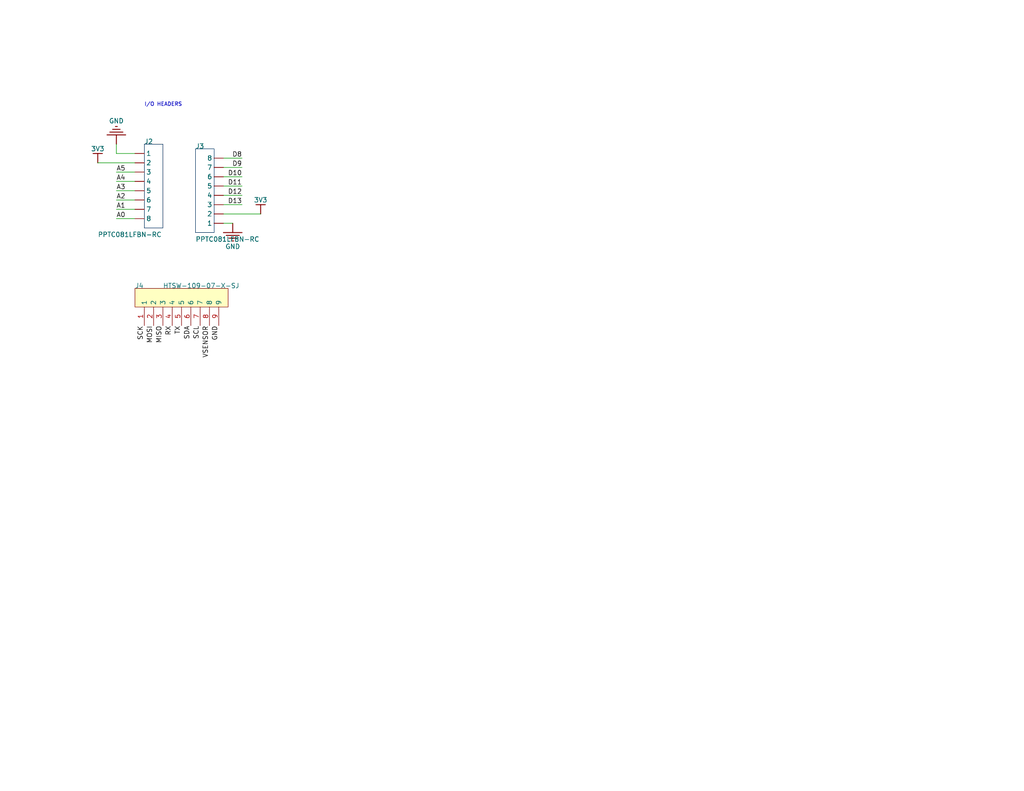
<source format=kicad_sch>
(kicad_sch (version 20250114) (generator "eeschema") (generator_version "9.0")
  (paper "A")
  (title_block (title "tinyCore HAT by CopperPilot.ai") (date "2025-11-14") (company "CopperPilot.ai & tinyCore") (comment 1 "tinyCore is an ESP32 based dev board") (comment 2 "Datasheet: https://raw.githubusercontent.com/Mister-Industries/tinyCore/main/Datasheets/tinyCore%20Datasheet%20(V2)%20DRAFT.pdf"))
  (lib_symbols
    (symbol "ECEN5730Lib_2023_05_DS (2):root_0_JF_8_PIN_FEMALE_ECEN5730Lib_2023_05_DS (2).IntLib" (pin_numbers (hide yes))
      (symbol "root_0_JF_8_PIN_FEMALE_ECEN5730Lib_2023_05_DS (2).IntLib_1_0"
        (rectangle (start 7.62 2.54) (end 2.54 -20.32) (stroke (width 0) (color 7 55 99 1)) (fill (type color) (color 255 255 255 1)))
        (pin passive line (at 0 0 0) (length 2.54) (name "1") (number "1"))
        (pin passive line (at 0 -2.54 0) (length 2.54) (name "2") (number "2"))
        (pin passive line (at 0 -5.08 0) (length 2.54) (name "3") (number "3"))
        (pin passive line (at 0 -7.62 0) (length 2.54) (name "4") (number "4"))
        (pin passive line (at 0 -10.16 0) (length 2.54) (name "5") (number "5"))
        (pin passive line (at 0 -12.7 0) (length 2.54) (name "6") (number "6"))
        (pin passive line (at 0 -15.24 0) (length 2.54) (name "7") (number "7"))
        (pin passive line (at 0 -17.78 0) (length 2.54) (name "8") (number "8"))
      )
    )
    (symbol "ECEN5730Lib_2023_05_DS (2):root_1_JM_9_PIN_MALE_ECEN5730Lib_2023_05_DS (2).IntLib"
      (symbol "root_1_JM_9_PIN_MALE_ECEN5730Lib_2023_05_DS (2).IntLib_1_0"
        (rectangle (start 22.86 5.08) (end -2.54 0) (stroke (width 0) (color 128 0 0 1)) (fill (type background)))
        (pin passive line (at 0 -5.08 90) (length 5.08) (name "1") (number "1"))
        (pin passive line (at 2.54 -5.08 90) (length 5.08) (name "2") (number "2"))
        (pin passive line (at 5.08 -5.08 90) (length 5.08) (name "3") (number "3"))
        (pin passive line (at 7.62 -5.08 90) (length 5.08) (name "4") (number "4"))
        (pin passive line (at 10.16 -5.08 90) (length 5.08) (name "5") (number "5"))
        (pin passive line (at 12.7 -5.08 90) (length 5.08) (name "6") (number "6"))
        (pin passive line (at 15.24 -5.08 90) (length 5.08) (name "7") (number "7"))
        (pin passive line (at 17.78 -5.08 90) (length 5.08) (name "8") (number "8"))
        (pin passive line (at 20.32 -5.08 90) (length 5.08) (name "9") (number "9"))
      )
    )
    (symbol "ECEN5730Lib_2023_05_DS (2):root_2_JF_8_PIN_FEMALE_ECEN5730Lib_2023_05_DS (2).IntLib" (pin_numbers (hide yes))
      (symbol "root_2_JF_8_PIN_FEMALE_ECEN5730Lib_2023_05_DS (2).IntLib_1_0"
        (rectangle (start -2.54 20.32) (end -7.62 -2.54) (stroke (width 0) (color 7 55 99 1)) (fill (type color) (color 255 255 255 1)))
        (pin passive line (at 0 17.78 180) (length 2.54) (name "8") (number "8"))
        (pin passive line (at 0 15.24 180) (length 2.54) (name "7") (number "7"))
        (pin passive line (at 0 12.7 180) (length 2.54) (name "6") (number "6"))
        (pin passive line (at 0 10.16 180) (length 2.54) (name "5") (number "5"))
        (pin passive line (at 0 7.62 180) (length 2.54) (name "4") (number "4"))
        (pin passive line (at 0 5.08 180) (length 2.54) (name "3") (number "3"))
        (pin passive line (at 0 2.54 180) (length 2.54) (name "2") (number "2"))
        (pin passive line (at 0 0 180) (length 2.54) (name "1") (number "1"))
      )
    )
    (symbol "tinyCore-altium-import:3V3_BAR" (power)
      (property "Value" "3V3" (at 0 -3.81 0))
      (symbol "3V3_BAR_0_0"
        (polyline (pts (xy -1.27 -2.54) (xy 1.27 -2.54)) (stroke (width 0.254)))
        (polyline (pts (xy 0 0) (xy 0 -2.54)) (stroke (width 0.254)))
        (pin power_in line (at 0 0 0) (length 0) (hide yes) (name "3V3") (number ""))
      )
    )
    (symbol "tinyCore-altium-import:GND_POWER_GROUND" (power)
      (property "Value" "GND" (at 0 -6.35 0))
      (symbol "GND_POWER_GROUND_0_0"
        (polyline (pts (xy -2.54 -2.54) (xy 2.54 -2.54)) (stroke (width 0.254)))
        (polyline (pts (xy -1.778 -3.302) (xy 1.778 -3.302)) (stroke (width 0.254)))
        (polyline (pts (xy -1.016 -4.064) (xy 1.016 -4.064)) (stroke (width 0.254)))
        (polyline (pts (xy -0.254 -4.826) (xy 0.254 -4.826)) (stroke (width 0.254)))
        (polyline (pts (xy 0 0) (xy 0 -2.54)) (stroke (width 0.254)))
        (pin power_in line (at 0 0 0) (length 0) (hide yes) (name "GND") (number ""))
      )
    )
  )
  (text "I/O HEADERS" (at 39.37 29.21 0) (effects (font (size 1.016 1.016)) (justify left bottom)))
  (wire (pts (xy 36.83 57.15) (xy 31.75 57.15)))
  (wire (pts (xy 31.75 41.91) (xy 31.75 39.37)))
  (wire (pts (xy 36.83 59.69) (xy 31.75 59.69)))
  (wire (pts (xy 60.96 53.34) (xy 66.04 53.34)))
  (wire (pts (xy 60.96 50.8) (xy 66.04 50.8)))
  (wire (pts (xy 36.83 54.61) (xy 31.75 54.61)))
  (wire (pts (xy 63.5 60.96) (xy 60.96 60.96)))
  (wire (pts (xy 60.96 43.18) (xy 66.04 43.18)))
  (wire (pts (xy 36.83 49.53) (xy 31.75 49.53)))
  (wire (pts (xy 36.83 41.91) (xy 31.75 41.91)))
  (wire (pts (xy 36.83 44.45) (xy 26.67 44.45)))
  (wire (pts (xy 60.96 48.26) (xy 66.04 48.26)))
  (wire (pts (xy 36.83 52.07) (xy 31.75 52.07)))
  (wire (pts (xy 60.96 58.42) (xy 71.12 58.42)))
  (wire (pts (xy 36.83 46.99) (xy 31.75 46.99)))
  (wire (pts (xy 60.96 45.72) (xy 66.04 45.72)))
  (wire (pts (xy 60.96 55.88) (xy 66.04 55.88)))
  (label "VSENSOR" (at 57.15 88.9 270))
  (label "D10" (at 66.04 48.26 180))
  (label "A1" (at 31.75 57.15 0))
  (label "A0" (at 31.75 59.69 0))
  (label "A3" (at 31.75 52.07 0))
  (label "SCK" (at 39.37 88.9 270))
  (label "D11" (at 66.04 50.8 180))
  (label "A5" (at 31.75 46.99 0))
  (label "SCL" (at 54.61 88.9 270))
  (label "A2" (at 31.75 54.61 0))
  (label "D9" (at 66.04 45.72 180))
  (label "" (at 31.75 59.69 0))
  (label "D12" (at 66.04 53.34 180))
  (label "SDA" (at 52.07 88.9 270))
  (label "D13" (at 66.04 55.88 180))
  (label "GND" (at 59.69 88.9 270))
  (label "TX" (at 49.53 88.9 270))
  (label "MISO" (at 44.45 88.9 270))
  (label "MOSI" (at 41.91 88.9 270))
  (label "A4" (at 31.75 49.53 0))
  (label "D8" (at 66.04 43.18 180))
  (label "RX" (at 46.99 88.9 270))
  (symbol (lib_id "tinyCore-altium-import:GND_POWER_GROUND") (at 31.75 39.37 180) (unit 1)
    (property "Reference" "#PWR0101" (effects (hide yes)))
    (property "Value" "GND" (at 31.75 33.02 0))
  )
  (symbol (lib_id "tinyCore-altium-import:GND_POWER_GROUND") (at 63.5 60.96 0) (unit 1)
    (property "Reference" "#PWR0104" (effects (hide yes)))
    (property "Value" "GND" (at 63.5 67.31 0))
  )
  (symbol (lib_id "tinyCore-altium-import:3V3_BAR") (at 71.12 58.42 180) (unit 1)
    (property "Reference" "#PWR0103" (effects (hide yes)))
    (property "Value" "3V3" (at 71.12 54.61 0))
  )
  (symbol (lib_id "ECEN5730Lib_2023_05_DS (2):root_1_JM_9_PIN_MALE_ECEN5730Lib_2023_05_DS (2).IntLib") (at 39.37 83.82 0) (unit 1)
    (property "Reference" "J4" (at 36.83 78.74 0) (effects (justify left bottom)))
    (property "Value" "HTSW-109-07-X-SJ" (at 44.45 78.74 0) (effects (justify left bottom)))
    (property "Footprint" "JM-9_HTSW-109-07-X-S" (effects (hide yes)))
    (property "Description" "2.54mm Black 1x9P Straight,P=2.54mm Pin Headers" (effects (hide yes)))
    (property "MFR PN" "HTSW-109-07-X-SJ" (effects (hide yes)))
    (property "MFR PART #" "PZ254-1-09-Z-8.5" (effects (hide yes)))
    (property "LCSC PART#" "C2894932" (effects (hide yes)))
  )
  (symbol (lib_id "tinyCore-altium-import:3V3_BAR") (at 26.67 44.45 180) (unit 1)
    (property "Reference" "#PWR0102" (effects (hide yes)))
    (property "Value" "3V3" (at 26.67 40.64 0))
  )
  (symbol (lib_id "ECEN5730Lib_2023_05_DS (2):root_0_JF_8_PIN_FEMALE_ECEN5730Lib_2023_05_DS (2).IntLib") (at 36.83 41.91 0) (unit 1)
    (property "Reference" "J2" (at 39.37 39.37 0) (effects (justify left bottom)))
    (property "Value" "PPTC081LFBN-RC" (at 26.67 64.77 0) (effects (justify left bottom)))
    (property "Footprint" "8_PIN_100MIL - Female" (effects (hide yes)))
    (property "Description" "8 Position Header Connector 0.100\" (2.54mm) Through Hole Tin" (effects (hide yes)))
    (property "DIGIKEY LINK" "https://www.digikey.com/product-detail/en/PPTC081LFBN-RC/S7006-ND/810147/?itemSeq=304982354" (effects (hide yes)))
    (property "MFR PART #" "PPTC081LFBN-RC" (effects (hide yes)))
    (property "TYPE" "Extended" (effects (hide yes)))
    (property "LCSC PART#" "C27438" (effects (hide yes)))
  )
  (symbol (lib_id "ECEN5730Lib_2023_05_DS (2):root_2_JF_8_PIN_FEMALE_ECEN5730Lib_2023_05_DS (2).IntLib") (at 60.96 60.96 0) (unit 1)
    (property "Reference" "J3" (at 53.34 40.64 0) (effects (justify left bottom)))
    (property "Value" "PPTC081LFBN-RC" (at 53.34 66.04 0) (effects (justify left bottom)))
    (property "Footprint" "8_PIN_100MIL - Female" (effects (hide yes)))
    (property "Description" "8 Position Header Connector 0.100\" (2.54mm) Through Hole Tin" (effects (hide yes)))
    (property "DIGIKEY LINK" "https://www.digikey.com/product-detail/en/PPTC081LFBN-RC/S7006-ND/810147/?itemSeq=304982354" (effects (hide yes)))
    (property "MFR PART #" "PPTC081LFBN-RC" (effects (hide yes)))
    (property "TYPE" "Extended" (effects (hide yes)))
    (property "LCSC PART#" "C27438" (effects (hide yes)))
  )
)
</source>
